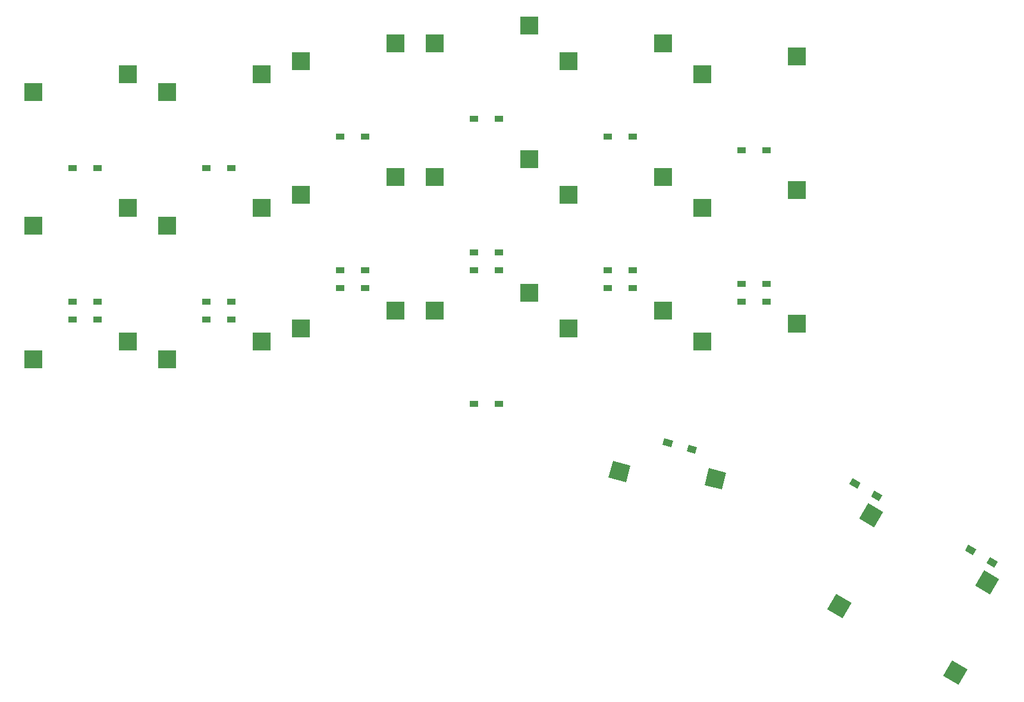
<source format=gbr>
%TF.GenerationSoftware,KiCad,Pcbnew,(5.1.9-0-10_14)*%
%TF.CreationDate,2021-10-14T21:57:33+01:00*%
%TF.ProjectId,edoxpcb,65646f78-7063-4622-9e6b-696361645f70,rev?*%
%TF.SameCoordinates,Original*%
%TF.FileFunction,Paste,Bot*%
%TF.FilePolarity,Positive*%
%FSLAX46Y46*%
G04 Gerber Fmt 4.6, Leading zero omitted, Abs format (unit mm)*
G04 Created by KiCad (PCBNEW (5.1.9-0-10_14)) date 2021-10-14 21:57:33*
%MOMM*%
%LPD*%
G01*
G04 APERTURE LIST*
%ADD10R,2.550000X2.500000*%
%ADD11C,0.100000*%
%ADD12R,1.300000X0.950000*%
G04 APERTURE END LIST*
D10*
%TO.C,SW25*%
X73361536Y-39526447D03*
X59911536Y-42066447D03*
%TD*%
D11*
%TO.C,SW35*%
G36*
X95478910Y-87526361D02*
G01*
X97643974Y-88776361D01*
X96368974Y-90984725D01*
X94203910Y-89734725D01*
X95478910Y-87526361D01*
G37*
G36*
X100004206Y-74608319D02*
G01*
X102169270Y-75858319D01*
X100894270Y-78066683D01*
X98729206Y-76816683D01*
X100004206Y-74608319D01*
G37*
%TD*%
%TO.C,SW34*%
G36*
X78980912Y-78001362D02*
G01*
X81145976Y-79251362D01*
X79870976Y-81459726D01*
X77705912Y-80209726D01*
X78980912Y-78001362D01*
G37*
G36*
X83506208Y-65083320D02*
G01*
X85671272Y-66333320D01*
X84396272Y-68541684D01*
X82231208Y-67291684D01*
X83506208Y-65083320D01*
G37*
%TD*%
%TO.C,SW33*%
G36*
X60213741Y-62473163D02*
G01*
X60860788Y-60058348D01*
X63323899Y-60718337D01*
X62676852Y-63133152D01*
X60213741Y-62473163D01*
G37*
G36*
X46564638Y-61445498D02*
G01*
X47211685Y-59030683D01*
X49674796Y-59690672D01*
X49027749Y-62105487D01*
X46564638Y-61445498D01*
G37*
%TD*%
D10*
%TO.C,SW24*%
X54311532Y-37621449D03*
X40861532Y-40161449D03*
%TD*%
%TO.C,SW23*%
X35261535Y-35081449D03*
X21811535Y-37621449D03*
%TD*%
%TO.C,SW22*%
X16211532Y-37621449D03*
X2761532Y-40161449D03*
%TD*%
%TO.C,SW21*%
X-2838468Y-42066449D03*
X-16288468Y-44606449D03*
%TD*%
%TO.C,SW20*%
X-21888468Y-42066449D03*
X-35338468Y-44606449D03*
%TD*%
%TO.C,SW15*%
X73361534Y-20476446D03*
X59911534Y-23016446D03*
%TD*%
%TO.C,SW14*%
X54311532Y-18571449D03*
X40861532Y-21111449D03*
%TD*%
%TO.C,SW13*%
X35261535Y-16031449D03*
X21811535Y-18571449D03*
%TD*%
%TO.C,SW12*%
X16211535Y-18571450D03*
X2761535Y-21111450D03*
%TD*%
%TO.C,SW11*%
X-2838469Y-23016449D03*
X-16288469Y-25556449D03*
%TD*%
%TO.C,SW10*%
X-21888468Y-23016449D03*
X-35338468Y-25556449D03*
%TD*%
%TO.C,SW5*%
X73361531Y-1426449D03*
X59911531Y-3966449D03*
%TD*%
%TO.C,SW4*%
X54311532Y478549D03*
X40861532Y-2061451D03*
%TD*%
%TO.C,SW3*%
X35261534Y3018550D03*
X21811534Y478550D03*
%TD*%
%TO.C,SW2*%
X16211536Y478550D03*
X2761536Y-2061450D03*
%TD*%
%TO.C,SW1*%
X-2838469Y-3966451D03*
X-16288469Y-6506451D03*
%TD*%
%TO.C,SW0*%
X-21888464Y-3966449D03*
X-35338464Y-6506449D03*
%TD*%
D11*
%TO.C,D35*%
G36*
X97311922Y-71841491D02*
G01*
X97786922Y-71018767D01*
X98912756Y-71668767D01*
X98437756Y-72491491D01*
X97311922Y-71841491D01*
G37*
G36*
X100386312Y-73616491D02*
G01*
X100861312Y-72793767D01*
X101987146Y-73443767D01*
X101512146Y-74266491D01*
X100386312Y-73616491D01*
G37*
%TD*%
%TO.C,D34*%
G36*
X80858719Y-62342230D02*
G01*
X81333719Y-61519506D01*
X82459553Y-62169506D01*
X81984553Y-62992230D01*
X80858719Y-62342230D01*
G37*
G36*
X83933109Y-64117230D02*
G01*
X84408109Y-63294506D01*
X85533943Y-63944506D01*
X85058943Y-64767230D01*
X83933109Y-64117230D01*
G37*
%TD*%
%TO.C,D33*%
G36*
X59173391Y-57121550D02*
G01*
X58927513Y-58039179D01*
X57671809Y-57702714D01*
X57917687Y-56785085D01*
X59173391Y-57121550D01*
G37*
G36*
X55744355Y-56202742D02*
G01*
X55498477Y-57120371D01*
X54242773Y-56783906D01*
X54488651Y-55866277D01*
X55744355Y-56202742D01*
G37*
%TD*%
D12*
%TO.C,D32*%
X30946534Y-50956449D03*
X27396534Y-50956449D03*
%TD*%
%TO.C,D25*%
X69046534Y-36351450D03*
X65496534Y-36351450D03*
%TD*%
%TO.C,D24*%
X49996532Y-34446448D03*
X46446532Y-34446448D03*
%TD*%
%TO.C,D23*%
X30946535Y-31906451D03*
X27396535Y-31906451D03*
%TD*%
%TO.C,D22*%
X11896534Y-34446447D03*
X8346534Y-34446447D03*
%TD*%
%TO.C,D21*%
X-7153469Y-38891448D03*
X-10703469Y-38891448D03*
%TD*%
%TO.C,D20*%
X-26203468Y-38891447D03*
X-29753468Y-38891447D03*
%TD*%
%TO.C,D15*%
X69046534Y-33811446D03*
X65496534Y-33811446D03*
%TD*%
%TO.C,D14*%
X49996534Y-31906448D03*
X46446534Y-31906448D03*
%TD*%
%TO.C,D13*%
X30946535Y-29366447D03*
X27396535Y-29366447D03*
%TD*%
%TO.C,D12*%
X11896534Y-31906449D03*
X8346534Y-31906449D03*
%TD*%
%TO.C,D11*%
X-7153469Y-36351444D03*
X-10703469Y-36351444D03*
%TD*%
%TO.C,D10*%
X-26203468Y-36351448D03*
X-29753468Y-36351448D03*
%TD*%
%TO.C,D5*%
X69046533Y-14761449D03*
X65496533Y-14761449D03*
%TD*%
%TO.C,D4*%
X49996533Y-12856447D03*
X46446533Y-12856447D03*
%TD*%
%TO.C,D3*%
X30946531Y-10316447D03*
X27396531Y-10316447D03*
%TD*%
%TO.C,D2*%
X11896533Y-12856448D03*
X8346533Y-12856448D03*
%TD*%
%TO.C,D1*%
X-7153468Y-17301447D03*
X-10703468Y-17301447D03*
%TD*%
%TO.C,D0*%
X-26203465Y-17301451D03*
X-29753465Y-17301451D03*
%TD*%
M02*

</source>
